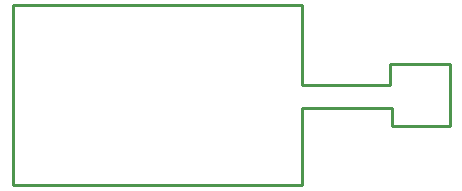
<source format=gm1>
G04*
G04 #@! TF.GenerationSoftware,Altium Limited,Altium Designer,21.1.1 (26)*
G04*
G04 Layer_Color=16711935*
%FSLAX44Y44*%
%MOMM*%
G71*
G04*
G04 #@! TF.SameCoordinates,1E62C949-7E6C-4E94-960E-AF288404BBEF*
G04*
G04*
G04 #@! TF.FilePolarity,Positive*
G04*
G01*
G75*
%ADD36C,0.2540*%
D36*
X320000Y102000D02*
X370000D01*
X320000Y85000D02*
Y102000D01*
X245000Y85000D02*
X320000D01*
X245000D02*
Y102000D01*
X321000Y50000D02*
X370000D01*
X321000D02*
Y65000D01*
X245000D02*
X321000D01*
X245000Y50000D02*
Y65000D01*
X370000Y50000D02*
Y102000D01*
X0Y152000D02*
X245000D01*
Y102000D02*
Y152000D01*
X0Y0D02*
X245000D01*
Y50000D01*
X0Y0D02*
Y152000D01*
M02*

</source>
